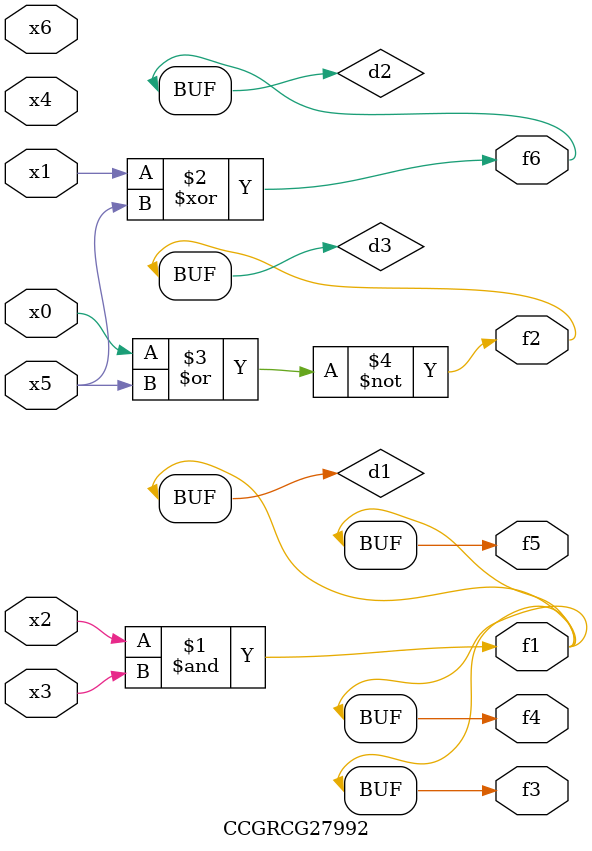
<source format=v>
module CCGRCG27992(
	input x0, x1, x2, x3, x4, x5, x6,
	output f1, f2, f3, f4, f5, f6
);

	wire d1, d2, d3;

	and (d1, x2, x3);
	xor (d2, x1, x5);
	nor (d3, x0, x5);
	assign f1 = d1;
	assign f2 = d3;
	assign f3 = d1;
	assign f4 = d1;
	assign f5 = d1;
	assign f6 = d2;
endmodule

</source>
